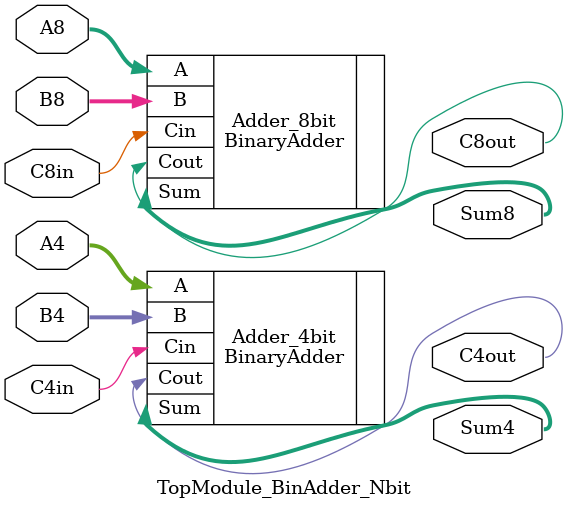
<source format=v>
module TopModule_BinAdder_Nbit (
    input  [3:0] A4, B4,
    input        C4in,
    output [3:0] Sum4,
    output       C4out,

    input [7:0] A8, B8,
    input       C8in,
    output [7:0] Sum8,
    output      C8out
);

    BinaryAdder #(.n(8)) Adder_8bit (
        .A(A8),
        .B(B8),
        .Cin(C8in),
        .Sum(Sum8),
        .Cout(C8out)
    );

    BinaryAdder #(.n(4)) Adder_4bit (
        .A(A4),
        .B(B4),
        .Cin(C4in),
        .Sum(Sum4),
        .Cout(C4out)
    );

    
endmodule
</source>
